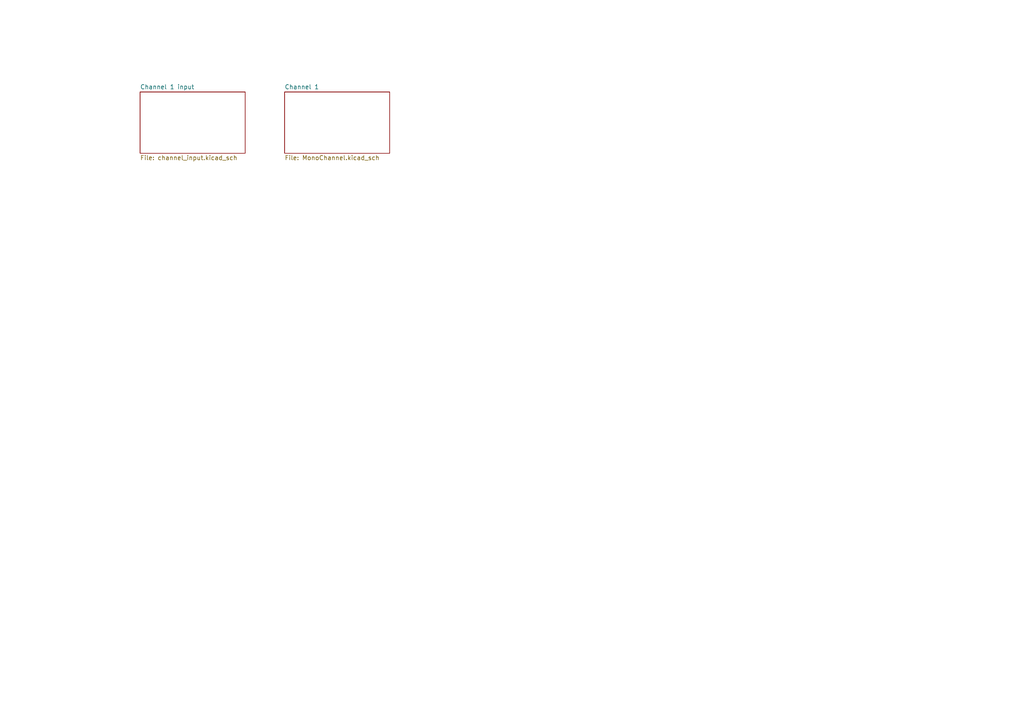
<source format=kicad_sch>
(kicad_sch (version 20230121) (generator eeschema)
  (paper "A4")
  (lib_symbols)
  (sheet (at 82.55 26.67) (size 30.48 17.78) (stroke (width 0.1524))
    (property "Sheetname" "Channel 1" (at 82.55 25.9584 0) (effects (justify left bottom)))
    (property "Sheetfile" "MonoChannel.kicad_sch" (at 82.55 45.0346 0) (effects (justify left top)))
  )
  (sheet (at 40.64 26.67) (size 30.48 17.78) (stroke (width 0.1524))
    (property "Sheetname" "Channel 1 input" (at 40.64 25.9584 0) (effects (justify left bottom)))
    (property "Sheetfile" "channel_input.kicad_sch" (at 40.64 45.0346 0) (effects (justify left top)))
  )
)
</source>
